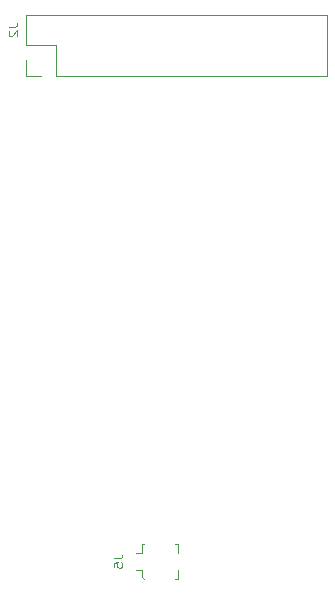
<source format=gbo>
G04 #@! TF.GenerationSoftware,KiCad,Pcbnew,5.1.4-e60b266~84~ubuntu19.04.1*
G04 #@! TF.CreationDate,2019-10-04T13:32:44+08:00*
G04 #@! TF.ProjectId,cicada-2g,63696361-6461-42d3-9267-2e6b69636164,0.1*
G04 #@! TF.SameCoordinates,PX7cee6c0PY3dfd240*
G04 #@! TF.FileFunction,Legend,Bot*
G04 #@! TF.FilePolarity,Positive*
%FSLAX46Y46*%
G04 Gerber Fmt 4.6, Leading zero omitted, Abs format (unit mm)*
G04 Created by KiCad (PCBNEW 5.1.4-e60b266~84~ubuntu19.04.1) date 2019-10-04 13:32:44*
%MOMM*%
%LPD*%
G04 APERTURE LIST*
%ADD10C,0.120000*%
G04 APERTURE END LIST*
D10*
X110000Y-45190000D02*
X110000Y-44390000D01*
X-90000Y-45190000D02*
X110000Y-45190000D01*
X110000Y-42190000D02*
X-90000Y-42190000D01*
X110000Y-42990000D02*
X110000Y-42190000D01*
X-2890000Y-42190000D02*
X-2890000Y-42990000D01*
X-2690000Y-42190000D02*
X-2890000Y-42190000D01*
X-2890000Y-44990000D02*
X-2690000Y-45190000D01*
X-2890000Y-44390000D02*
X-2890000Y-44990000D01*
X-2890000Y-44390000D02*
X-3390000Y-44390000D01*
X-2890000Y-42990000D02*
X-3390000Y-42990000D01*
X-12760000Y2600000D02*
X-12760000Y0D01*
X-12760000Y2600000D02*
X12760000Y2600000D01*
X12760000Y2600000D02*
X12760000Y-2600000D01*
X-10160000Y-2600000D02*
X12760000Y-2600000D01*
X-10160000Y0D02*
X-10160000Y-2600000D01*
X-12760000Y0D02*
X-10160000Y0D01*
X-12760000Y-2600000D02*
X-11430000Y-2600000D01*
X-12760000Y-1270000D02*
X-12760000Y-2600000D01*
X-5273334Y-43423333D02*
X-4773334Y-43423333D01*
X-4673334Y-43385238D01*
X-4606667Y-43309047D01*
X-4573334Y-43194761D01*
X-4573334Y-43118571D01*
X-5273334Y-44185238D02*
X-5273334Y-43804285D01*
X-4940000Y-43766190D01*
X-4973334Y-43804285D01*
X-5006667Y-43880476D01*
X-5006667Y-44070952D01*
X-4973334Y-44147142D01*
X-4940000Y-44185238D01*
X-4873334Y-44223333D01*
X-4706667Y-44223333D01*
X-4640000Y-44185238D01*
X-4606667Y-44147142D01*
X-4573334Y-44070952D01*
X-4573334Y-43880476D01*
X-4606667Y-43804285D01*
X-4640000Y-43766190D01*
X-14183334Y1566667D02*
X-13683334Y1566667D01*
X-13583334Y1604762D01*
X-13516667Y1680953D01*
X-13483334Y1795239D01*
X-13483334Y1871429D01*
X-14116667Y1223810D02*
X-14150000Y1185715D01*
X-14183334Y1109524D01*
X-14183334Y919048D01*
X-14150000Y842858D01*
X-14116667Y804762D01*
X-14050000Y766667D01*
X-13983334Y766667D01*
X-13883334Y804762D01*
X-13483334Y1261905D01*
X-13483334Y766667D01*
M02*

</source>
